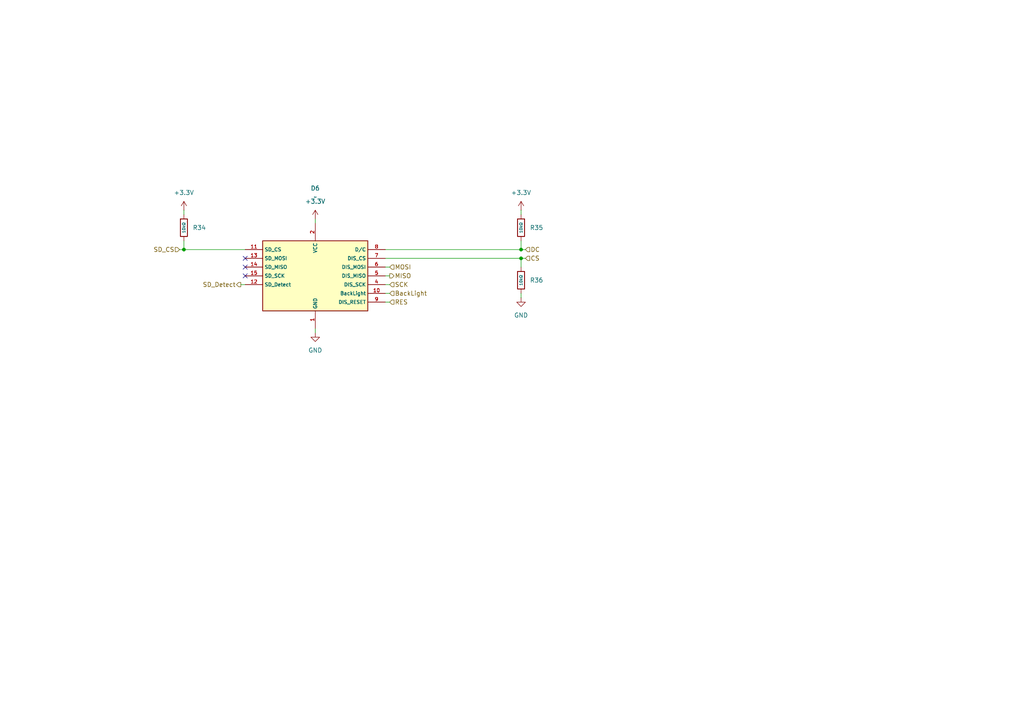
<source format=kicad_sch>
(kicad_sch
	(version 20250114)
	(generator "eeschema")
	(generator_version "9.0")
	(uuid "698fc34c-bd40-4f9e-ba75-a6fc48677c3d")
	(paper "A4")
	(title_block
		(title "Display")
		(date "2025-11-01")
		(rev "0")
		(company "Solar Energy Racers")
	)
	(lib_symbols
		(symbol "Imported_Symbols:ILI9341_Display"
			(exclude_from_sim no)
			(in_bom yes)
			(on_board yes)
			(property "Reference" "D"
				(at -14.478 11.684 0)
				(effects
					(font
						(size 1.27 1.27)
					)
				)
			)
			(property "Value" ""
				(at 0 0 0)
				(effects
					(font
						(size 1.27 1.27)
					)
				)
			)
			(property "Footprint" "Imported_Footprints:ILI93_Display_Adafruit"
				(at -0.508 -11.684 0)
				(effects
					(font
						(size 1.27 1.27)
					)
					(hide yes)
				)
			)
			(property "Datasheet" ""
				(at 0 0 0)
				(effects
					(font
						(size 1.27 1.27)
					)
					(hide yes)
				)
			)
			(property "Description" ""
				(at 0 0 0)
				(effects
					(font
						(size 1.27 1.27)
					)
					(hide yes)
				)
			)
			(symbol "ILI9341_Display_0_0"
				(rectangle
					(start -15.24 10.16)
					(end 15.24 -10.16)
					(stroke
						(width 0.254)
						(type default)
					)
					(fill
						(type background)
					)
				)
			)
			(symbol "ILI9341_Display_1_0"
				(pin input line
					(at -20.32 7.62 0)
					(length 5.08)
					(name "SD_CS"
						(effects
							(font
								(size 1.016 1.016)
							)
						)
					)
					(number "11"
						(effects
							(font
								(size 1.016 1.016)
							)
						)
					)
				)
				(pin input line
					(at -20.32 5.08 0)
					(length 5.08)
					(name "SD_MOSI"
						(effects
							(font
								(size 1.016 1.016)
							)
						)
					)
					(number "13"
						(effects
							(font
								(size 1.016 1.016)
							)
						)
					)
				)
				(pin output line
					(at -20.32 2.54 0)
					(length 5.08)
					(name "SD_MISO"
						(effects
							(font
								(size 1.016 1.016)
							)
						)
					)
					(number "14"
						(effects
							(font
								(size 1.016 1.016)
							)
						)
					)
				)
				(pin input line
					(at -20.32 0 0)
					(length 5.08)
					(name "SD_SCK"
						(effects
							(font
								(size 1.016 1.016)
							)
						)
					)
					(number "15"
						(effects
							(font
								(size 1.016 1.016)
							)
						)
					)
				)
				(pin output line
					(at -20.32 -2.54 0)
					(length 5.08)
					(name "SD_Detect"
						(effects
							(font
								(size 1.016 1.016)
							)
						)
					)
					(number "12"
						(effects
							(font
								(size 1.016 1.016)
							)
						)
					)
				)
				(pin power_in line
					(at 0 15.24 270)
					(length 5.08)
					(name "VCC"
						(effects
							(font
								(size 1.016 1.016)
							)
						)
					)
					(number "2"
						(effects
							(font
								(size 1.016 1.016)
							)
						)
					)
				)
				(pin power_in line
					(at 0 -15.24 90)
					(length 5.08)
					(name "GND"
						(effects
							(font
								(size 1.016 1.016)
							)
						)
					)
					(number "1"
						(effects
							(font
								(size 1.016 1.016)
							)
						)
					)
				)
				(pin input line
					(at 20.32 7.62 180)
					(length 5.08)
					(name "D/C"
						(effects
							(font
								(size 1.016 1.016)
							)
						)
					)
					(number "8"
						(effects
							(font
								(size 1.016 1.016)
							)
						)
					)
				)
				(pin input line
					(at 20.32 5.08 180)
					(length 5.08)
					(name "DIS_CS"
						(effects
							(font
								(size 1.016 1.016)
							)
						)
					)
					(number "7"
						(effects
							(font
								(size 1.016 1.016)
							)
						)
					)
				)
				(pin input line
					(at 20.32 2.54 180)
					(length 5.08)
					(name "DIS_MOSI"
						(effects
							(font
								(size 1.016 1.016)
							)
						)
					)
					(number "6"
						(effects
							(font
								(size 1.016 1.016)
							)
						)
					)
				)
				(pin input line
					(at 20.32 0 180)
					(length 5.08)
					(name "DIS_MISO"
						(effects
							(font
								(size 1.016 1.016)
							)
						)
					)
					(number "5"
						(effects
							(font
								(size 1.016 1.016)
							)
						)
					)
				)
				(pin input line
					(at 20.32 -2.54 180)
					(length 5.08)
					(name "DIS_SCK"
						(effects
							(font
								(size 1.016 1.016)
							)
						)
					)
					(number "4"
						(effects
							(font
								(size 1.016 1.016)
							)
						)
					)
				)
				(pin input line
					(at 20.32 -5.08 180)
					(length 5.08)
					(name "BackLight"
						(effects
							(font
								(size 1.016 1.016)
							)
						)
					)
					(number "10"
						(effects
							(font
								(size 1.016 1.016)
							)
						)
					)
				)
				(pin input line
					(at 20.32 -7.62 180)
					(length 5.08)
					(name "DIS_RESET"
						(effects
							(font
								(size 1.016 1.016)
							)
						)
					)
					(number "9"
						(effects
							(font
								(size 1.016 1.016)
							)
						)
					)
				)
			)
			(embedded_fonts no)
		)
		(symbol "PCM_JLCPCB-Resistors:0603,10kΩ"
			(pin_numbers
				(hide yes)
			)
			(pin_names
				(offset 0)
			)
			(exclude_from_sim no)
			(in_bom yes)
			(on_board yes)
			(property "Reference" "R"
				(at 1.778 0 0)
				(effects
					(font
						(size 1.27 1.27)
					)
					(justify left)
				)
			)
			(property "Value" "10kΩ"
				(at 0 0 90)
				(do_not_autoplace)
				(effects
					(font
						(size 0.8 0.8)
					)
				)
			)
			(property "Footprint" "PCM_JLCPCB:R_0603"
				(at -1.778 0 90)
				(effects
					(font
						(size 1.27 1.27)
					)
					(hide yes)
				)
			)
			(property "Datasheet" "https://www.lcsc.com/datasheet/lcsc_datasheet_2206010045_UNI-ROYAL-Uniroyal-Elec-0603WAF1002T5E_C25804.pdf"
				(at 0 0 0)
				(effects
					(font
						(size 1.27 1.27)
					)
					(hide yes)
				)
			)
			(property "Description" "100mW Thick Film Resistors 75V ±100ppm/°C ±1% 10kΩ 0603 Chip Resistor - Surface Mount ROHS"
				(at 0 0 0)
				(effects
					(font
						(size 1.27 1.27)
					)
					(hide yes)
				)
			)
			(property "LCSC" "C25804"
				(at 0 0 0)
				(effects
					(font
						(size 1.27 1.27)
					)
					(hide yes)
				)
			)
			(property "Stock" "51181774"
				(at 0 0 0)
				(effects
					(font
						(size 1.27 1.27)
					)
					(hide yes)
				)
			)
			(property "Price" "0.004USD"
				(at 0 0 0)
				(effects
					(font
						(size 1.27 1.27)
					)
					(hide yes)
				)
			)
			(property "Process" "SMT"
				(at 0 0 0)
				(effects
					(font
						(size 1.27 1.27)
					)
					(hide yes)
				)
			)
			(property "Minimum Qty" "20"
				(at 0 0 0)
				(effects
					(font
						(size 1.27 1.27)
					)
					(hide yes)
				)
			)
			(property "Attrition Qty" "10"
				(at 0 0 0)
				(effects
					(font
						(size 1.27 1.27)
					)
					(hide yes)
				)
			)
			(property "Class" "Basic Component"
				(at 0 0 0)
				(effects
					(font
						(size 1.27 1.27)
					)
					(hide yes)
				)
			)
			(property "Category" "Resistors,Chip Resistor - Surface Mount"
				(at 0 0 0)
				(effects
					(font
						(size 1.27 1.27)
					)
					(hide yes)
				)
			)
			(property "Manufacturer" "UNI-ROYAL(Uniroyal Elec)"
				(at 0 0 0)
				(effects
					(font
						(size 1.27 1.27)
					)
					(hide yes)
				)
			)
			(property "Part" "0603WAF1002T5E"
				(at 0 0 0)
				(effects
					(font
						(size 1.27 1.27)
					)
					(hide yes)
				)
			)
			(property "Resistance" "10kΩ"
				(at 0 0 0)
				(effects
					(font
						(size 1.27 1.27)
					)
					(hide yes)
				)
			)
			(property "Power(Watts)" "100mW"
				(at 0 0 0)
				(effects
					(font
						(size 1.27 1.27)
					)
					(hide yes)
				)
			)
			(property "Type" "Thick Film Resistors"
				(at 0 0 0)
				(effects
					(font
						(size 1.27 1.27)
					)
					(hide yes)
				)
			)
			(property "Overload Voltage (Max)" "75V"
				(at 0 0 0)
				(effects
					(font
						(size 1.27 1.27)
					)
					(hide yes)
				)
			)
			(property "Operating Temperature Range" "-55°C~+155°C"
				(at 0 0 0)
				(effects
					(font
						(size 1.27 1.27)
					)
					(hide yes)
				)
			)
			(property "Tolerance" "±1%"
				(at 0 0 0)
				(effects
					(font
						(size 1.27 1.27)
					)
					(hide yes)
				)
			)
			(property "Temperature Coefficient" "±100ppm/°C"
				(at 0 0 0)
				(effects
					(font
						(size 1.27 1.27)
					)
					(hide yes)
				)
			)
			(property "ki_fp_filters" "R_*"
				(at 0 0 0)
				(effects
					(font
						(size 1.27 1.27)
					)
					(hide yes)
				)
			)
			(symbol "0603,10kΩ_0_1"
				(rectangle
					(start -1.016 2.54)
					(end 1.016 -2.54)
					(stroke
						(width 0.254)
						(type default)
					)
					(fill
						(type none)
					)
				)
			)
			(symbol "0603,10kΩ_1_1"
				(pin passive line
					(at 0 3.81 270)
					(length 1.27)
					(name "~"
						(effects
							(font
								(size 1.27 1.27)
							)
						)
					)
					(number "1"
						(effects
							(font
								(size 1.27 1.27)
							)
						)
					)
				)
				(pin passive line
					(at 0 -3.81 90)
					(length 1.27)
					(name "~"
						(effects
							(font
								(size 1.27 1.27)
							)
						)
					)
					(number "2"
						(effects
							(font
								(size 1.27 1.27)
							)
						)
					)
				)
			)
			(embedded_fonts no)
		)
		(symbol "power:+3.3V"
			(power)
			(pin_numbers
				(hide yes)
			)
			(pin_names
				(offset 0)
				(hide yes)
			)
			(exclude_from_sim no)
			(in_bom yes)
			(on_board yes)
			(property "Reference" "#PWR"
				(at 0 -3.81 0)
				(effects
					(font
						(size 1.27 1.27)
					)
					(hide yes)
				)
			)
			(property "Value" "+3.3V"
				(at 0 3.556 0)
				(effects
					(font
						(size 1.27 1.27)
					)
				)
			)
			(property "Footprint" ""
				(at 0 0 0)
				(effects
					(font
						(size 1.27 1.27)
					)
					(hide yes)
				)
			)
			(property "Datasheet" ""
				(at 0 0 0)
				(effects
					(font
						(size 1.27 1.27)
					)
					(hide yes)
				)
			)
			(property "Description" "Power symbol creates a global label with name \"+3.3V\""
				(at 0 0 0)
				(effects
					(font
						(size 1.27 1.27)
					)
					(hide yes)
				)
			)
			(property "ki_keywords" "global power"
				(at 0 0 0)
				(effects
					(font
						(size 1.27 1.27)
					)
					(hide yes)
				)
			)
			(symbol "+3.3V_0_1"
				(polyline
					(pts
						(xy -0.762 1.27) (xy 0 2.54)
					)
					(stroke
						(width 0)
						(type default)
					)
					(fill
						(type none)
					)
				)
				(polyline
					(pts
						(xy 0 2.54) (xy 0.762 1.27)
					)
					(stroke
						(width 0)
						(type default)
					)
					(fill
						(type none)
					)
				)
				(polyline
					(pts
						(xy 0 0) (xy 0 2.54)
					)
					(stroke
						(width 0)
						(type default)
					)
					(fill
						(type none)
					)
				)
			)
			(symbol "+3.3V_1_1"
				(pin power_in line
					(at 0 0 90)
					(length 0)
					(name "~"
						(effects
							(font
								(size 1.27 1.27)
							)
						)
					)
					(number "1"
						(effects
							(font
								(size 1.27 1.27)
							)
						)
					)
				)
			)
			(embedded_fonts no)
		)
		(symbol "power:GND"
			(power)
			(pin_numbers
				(hide yes)
			)
			(pin_names
				(offset 0)
				(hide yes)
			)
			(exclude_from_sim no)
			(in_bom yes)
			(on_board yes)
			(property "Reference" "#PWR"
				(at 0 -6.35 0)
				(effects
					(font
						(size 1.27 1.27)
					)
					(hide yes)
				)
			)
			(property "Value" "GND"
				(at 0 -3.81 0)
				(effects
					(font
						(size 1.27 1.27)
					)
				)
			)
			(property "Footprint" ""
				(at 0 0 0)
				(effects
					(font
						(size 1.27 1.27)
					)
					(hide yes)
				)
			)
			(property "Datasheet" ""
				(at 0 0 0)
				(effects
					(font
						(size 1.27 1.27)
					)
					(hide yes)
				)
			)
			(property "Description" "Power symbol creates a global label with name \"GND\" , ground"
				(at 0 0 0)
				(effects
					(font
						(size 1.27 1.27)
					)
					(hide yes)
				)
			)
			(property "ki_keywords" "global power"
				(at 0 0 0)
				(effects
					(font
						(size 1.27 1.27)
					)
					(hide yes)
				)
			)
			(symbol "GND_0_1"
				(polyline
					(pts
						(xy 0 0) (xy 0 -1.27) (xy 1.27 -1.27) (xy 0 -2.54) (xy -1.27 -1.27) (xy 0 -1.27)
					)
					(stroke
						(width 0)
						(type default)
					)
					(fill
						(type none)
					)
				)
			)
			(symbol "GND_1_1"
				(pin power_in line
					(at 0 0 270)
					(length 0)
					(name "~"
						(effects
							(font
								(size 1.27 1.27)
							)
						)
					)
					(number "1"
						(effects
							(font
								(size 1.27 1.27)
							)
						)
					)
				)
			)
			(embedded_fonts no)
		)
	)
	(junction
		(at 151.13 72.39)
		(diameter 0)
		(color 0 0 0 0)
		(uuid "56750fcc-15e0-47de-827b-7a3093f15345")
	)
	(junction
		(at 53.34 72.39)
		(diameter 0)
		(color 0 0 0 0)
		(uuid "6bab4de2-3082-4360-aa7f-ed18bc16b4d3")
	)
	(junction
		(at 151.13 74.93)
		(diameter 0)
		(color 0 0 0 0)
		(uuid "7bba81aa-2338-4c21-8f35-5b5010b21e28")
	)
	(no_connect
		(at 71.12 74.93)
		(uuid "1a4dcea7-cadc-4009-b068-aaa6525374b3")
	)
	(no_connect
		(at 71.12 80.01)
		(uuid "63721559-7fe5-4abd-893d-dda8de013604")
	)
	(no_connect
		(at 71.12 77.47)
		(uuid "ba5db16e-daa3-4d65-adb1-d99721859b1e")
	)
	(wire
		(pts
			(xy 151.13 86.36) (xy 151.13 85.09)
		)
		(stroke
			(width 0)
			(type default)
		)
		(uuid "0d882c3c-4785-4008-9e82-36197b86f6f6")
	)
	(wire
		(pts
			(xy 71.12 72.39) (xy 53.34 72.39)
		)
		(stroke
			(width 0)
			(type default)
		)
		(uuid "0e45dd6a-178f-4c7f-9ed0-027040597a81")
	)
	(wire
		(pts
			(xy 53.34 60.96) (xy 53.34 62.23)
		)
		(stroke
			(width 0)
			(type default)
		)
		(uuid "1f0ba048-772e-42d3-a2ad-0af5b8d1d2e3")
	)
	(wire
		(pts
			(xy 113.03 80.01) (xy 111.76 80.01)
		)
		(stroke
			(width 0)
			(type default)
		)
		(uuid "21712f74-4783-42a4-bc7e-f8b07a9ba752")
	)
	(wire
		(pts
			(xy 53.34 69.85) (xy 53.34 72.39)
		)
		(stroke
			(width 0)
			(type default)
		)
		(uuid "2dc1e657-c400-4c8c-bd24-b2b5b7e9a263")
	)
	(wire
		(pts
			(xy 111.76 72.39) (xy 151.13 72.39)
		)
		(stroke
			(width 0)
			(type default)
		)
		(uuid "40f5d26e-af56-4c16-b09c-d9d624a0eb40")
	)
	(wire
		(pts
			(xy 151.13 60.96) (xy 151.13 62.23)
		)
		(stroke
			(width 0)
			(type default)
		)
		(uuid "56ad0a48-14c4-4174-94b8-d49e81181582")
	)
	(wire
		(pts
			(xy 91.44 95.25) (xy 91.44 96.52)
		)
		(stroke
			(width 0)
			(type default)
		)
		(uuid "57e694f0-696e-47e5-8b10-7813294303dc")
	)
	(wire
		(pts
			(xy 111.76 74.93) (xy 151.13 74.93)
		)
		(stroke
			(width 0)
			(type default)
		)
		(uuid "5a67d62a-7a2b-4629-b11e-0c0636156604")
	)
	(wire
		(pts
			(xy 152.4 74.93) (xy 151.13 74.93)
		)
		(stroke
			(width 0)
			(type default)
		)
		(uuid "66447477-2e55-4d7f-9e4b-7561dce64622")
	)
	(wire
		(pts
			(xy 152.4 72.39) (xy 151.13 72.39)
		)
		(stroke
			(width 0)
			(type default)
		)
		(uuid "7c7a74e7-f4d1-434b-8cc0-32385510be74")
	)
	(wire
		(pts
			(xy 151.13 69.85) (xy 151.13 72.39)
		)
		(stroke
			(width 0)
			(type default)
		)
		(uuid "8c85654d-aa34-4c40-a160-594b353a3ee6")
	)
	(wire
		(pts
			(xy 69.85 82.55) (xy 71.12 82.55)
		)
		(stroke
			(width 0)
			(type default)
		)
		(uuid "9016a4e0-9502-4a21-933f-1548411e5d09")
	)
	(wire
		(pts
			(xy 113.03 87.63) (xy 111.76 87.63)
		)
		(stroke
			(width 0)
			(type default)
		)
		(uuid "9cd963a6-eb8a-455b-9670-873051e37940")
	)
	(wire
		(pts
			(xy 52.07 72.39) (xy 53.34 72.39)
		)
		(stroke
			(width 0)
			(type default)
		)
		(uuid "b09ce2fa-31d3-4a7e-8e14-53c7dd21db88")
	)
	(wire
		(pts
			(xy 113.03 82.55) (xy 111.76 82.55)
		)
		(stroke
			(width 0)
			(type default)
		)
		(uuid "b307f6ab-a9e5-413f-9523-ec43a29a6621")
	)
	(wire
		(pts
			(xy 113.03 85.09) (xy 111.76 85.09)
		)
		(stroke
			(width 0)
			(type default)
		)
		(uuid "b8a1643d-87af-4554-9f10-8b78b5fcaedd")
	)
	(wire
		(pts
			(xy 91.44 63.5) (xy 91.44 64.77)
		)
		(stroke
			(width 0)
			(type default)
		)
		(uuid "d649c0cc-4b4a-40c3-8b2d-19f9c9869ace")
	)
	(wire
		(pts
			(xy 113.03 77.47) (xy 111.76 77.47)
		)
		(stroke
			(width 0)
			(type default)
		)
		(uuid "dceba16c-57d4-4ff5-9599-62b4bf49eb56")
	)
	(wire
		(pts
			(xy 151.13 74.93) (xy 151.13 77.47)
		)
		(stroke
			(width 0)
			(type default)
		)
		(uuid "e93c4074-8f3c-496c-b357-8353a7d79c0a")
	)
	(hierarchical_label "CS"
		(shape input)
		(at 152.4 74.93 0)
		(effects
			(font
				(size 1.27 1.27)
			)
			(justify left)
		)
		(uuid "13d80556-989e-45db-824e-ba42e1d5587c")
	)
	(hierarchical_label "SD_Detect"
		(shape output)
		(at 69.85 82.55 180)
		(effects
			(font
				(size 1.27 1.27)
			)
			(justify right)
		)
		(uuid "18ef5695-950d-4e38-b138-f7d3ede15416")
	)
	(hierarchical_label "DC"
		(shape input)
		(at 152.4 72.39 0)
		(effects
			(font
				(size 1.27 1.27)
			)
			(justify left)
		)
		(uuid "26bba5a6-046f-42d8-9839-78b82227f1b3")
	)
	(hierarchical_label "SCK"
		(shape input)
		(at 113.03 82.55 0)
		(effects
			(font
				(size 1.27 1.27)
			)
			(justify left)
		)
		(uuid "29d9a5d5-1703-42d4-8298-e92212091388")
	)
	(hierarchical_label "MOSI"
		(shape input)
		(at 113.03 77.47 0)
		(effects
			(font
				(size 1.27 1.27)
			)
			(justify left)
		)
		(uuid "7e8d63e7-c53c-47cf-9e1f-f98953e3a8a9")
	)
	(hierarchical_label "RES"
		(shape input)
		(at 113.03 87.63 0)
		(effects
			(font
				(size 1.27 1.27)
			)
			(justify left)
		)
		(uuid "939b0b55-3a63-48f6-ae24-ab39d814d8b6")
	)
	(hierarchical_label "MISO"
		(shape output)
		(at 113.03 80.01 0)
		(effects
			(font
				(size 1.27 1.27)
			)
			(justify left)
		)
		(uuid "954432eb-5582-48ac-8e12-cbc3140f4902")
	)
	(hierarchical_label "BackLight"
		(shape input)
		(at 113.03 85.09 0)
		(effects
			(font
				(size 1.27 1.27)
			)
			(justify left)
		)
		(uuid "cf2accb9-ad4c-4328-bbdb-97a5d0bd3ee4")
	)
	(hierarchical_label "SD_CS"
		(shape input)
		(at 52.07 72.39 180)
		(effects
			(font
				(size 1.27 1.27)
			)
			(justify right)
		)
		(uuid "d5dc042c-bcba-453a-a860-ae58e9543d84")
	)
	(symbol
		(lib_id "power:+3.3V")
		(at 91.44 63.5 0)
		(unit 1)
		(exclude_from_sim no)
		(in_bom yes)
		(on_board yes)
		(dnp no)
		(fields_autoplaced yes)
		(uuid "012e900a-7e58-46f2-be7c-e1156c8aa28b")
		(property "Reference" "#PWR055"
			(at 91.44 67.31 0)
			(effects
				(font
					(size 1.27 1.27)
				)
				(hide yes)
			)
		)
		(property "Value" "+3.3V"
			(at 91.44 58.42 0)
			(effects
				(font
					(size 1.27 1.27)
				)
			)
		)
		(property "Footprint" ""
			(at 91.44 63.5 0)
			(effects
				(font
					(size 1.27 1.27)
				)
				(hide yes)
			)
		)
		(property "Datasheet" ""
			(at 91.44 63.5 0)
			(effects
				(font
					(size 1.27 1.27)
				)
				(hide yes)
			)
		)
		(property "Description" "Power symbol creates a global label with name \"+3.3V\""
			(at 91.44 63.5 0)
			(effects
				(font
					(size 1.27 1.27)
				)
				(hide yes)
			)
		)
		(pin "1"
			(uuid "0edc1072-250f-43f9-b837-242e93e3ce1e")
		)
		(instances
			(project "AuxController"
				(path "/9544068f-39f5-4662-8d0e-f77047cf820d/9321f333-4126-4d02-8e8f-5ec613df6816"
					(reference "#PWR055")
					(unit 1)
				)
			)
		)
	)
	(symbol
		(lib_id "PCM_JLCPCB-Resistors:0603,10kΩ")
		(at 53.34 66.04 0)
		(unit 1)
		(exclude_from_sim no)
		(in_bom yes)
		(on_board yes)
		(dnp no)
		(fields_autoplaced yes)
		(uuid "10c4d547-bf68-4280-9a13-e3ae71893afc")
		(property "Reference" "R34"
			(at 55.88 66.0399 0)
			(effects
				(font
					(size 1.27 1.27)
				)
				(justify left)
			)
		)
		(property "Value" "10kΩ"
			(at 53.34 66.04 90)
			(do_not_autoplace yes)
			(effects
				(font
					(size 0.8 0.8)
				)
			)
		)
		(property "Footprint" "PCM_JLCPCB:R_0603"
			(at 51.562 66.04 90)
			(effects
				(font
					(size 1.27 1.27)
				)
				(hide yes)
			)
		)
		(property "Datasheet" "https://www.lcsc.com/datasheet/lcsc_datasheet_2206010045_UNI-ROYAL-Uniroyal-Elec-0603WAF1002T5E_C25804.pdf"
			(at 53.34 66.04 0)
			(effects
				(font
					(size 1.27 1.27)
				)
				(hide yes)
			)
		)
		(property "Description" "100mW Thick Film Resistors 75V ±100ppm/°C ±1% 10kΩ 0603 Chip Resistor - Surface Mount ROHS"
			(at 53.34 66.04 0)
			(effects
				(font
					(size 1.27 1.27)
				)
				(hide yes)
			)
		)
		(property "LCSC" "C25804"
			(at 53.34 66.04 0)
			(effects
				(font
					(size 1.27 1.27)
				)
				(hide yes)
			)
		)
		(property "Stock" "51181774"
			(at 53.34 66.04 0)
			(effects
				(font
					(size 1.27 1.27)
				)
				(hide yes)
			)
		)
		(property "Price" "0.004USD"
			(at 53.34 66.04 0)
			(effects
				(font
					(size 1.27 1.27)
				)
				(hide yes)
			)
		)
		(property "Process" "SMT"
			(at 53.34 66.04 0)
			(effects
				(font
					(size 1.27 1.27)
				)
				(hide yes)
			)
		)
		(property "Minimum Qty" "20"
			(at 53.34 66.04 0)
			(effects
				(font
					(size 1.27 1.27)
				)
				(hide yes)
			)
		)
		(property "Attrition Qty" "10"
			(at 53.34 66.04 0)
			(effects
				(font
					(size 1.27 1.27)
				)
				(hide yes)
			)
		)
		(property "Class" "Basic Component"
			(at 53.34 66.04 0)
			(effects
				(font
					(size 1.27 1.27)
				)
				(hide yes)
			)
		)
		(property "Category" "Resistors,Chip Resistor - Surface Mount"
			(at 53.34 66.04 0)
			(effects
				(font
					(size 1.27 1.27)
				)
				(hide yes)
			)
		)
		(property "Manufacturer" "UNI-ROYAL(Uniroyal Elec)"
			(at 53.34 66.04 0)
			(effects
				(font
					(size 1.27 1.27)
				)
				(hide yes)
			)
		)
		(property "Part" "0603WAF1002T5E"
			(at 53.34 66.04 0)
			(effects
				(font
					(size 1.27 1.27)
				)
				(hide yes)
			)
		)
		(property "Resistance" "10kΩ"
			(at 53.34 66.04 0)
			(effects
				(font
					(size 1.27 1.27)
				)
				(hide yes)
			)
		)
		(property "Power(Watts)" "100mW"
			(at 53.34 66.04 0)
			(effects
				(font
					(size 1.27 1.27)
				)
				(hide yes)
			)
		)
		(property "Type" "Thick Film Resistors"
			(at 53.34 66.04 0)
			(effects
				(font
					(size 1.27 1.27)
				)
				(hide yes)
			)
		)
		(property "Overload Voltage (Max)" "75V"
			(at 53.34 66.04 0)
			(effects
				(font
					(size 1.27 1.27)
				)
				(hide yes)
			)
		)
		(property "Operating Temperature Range" "-55°C~+155°C"
			(at 53.34 66.04 0)
			(effects
				(font
					(size 1.27 1.27)
				)
				(hide yes)
			)
		)
		(property "Tolerance" "±1%"
			(at 53.34 66.04 0)
			(effects
				(font
					(size 1.27 1.27)
				)
				(hide yes)
			)
		)
		(property "Temperature Coefficient" "±100ppm/°C"
			(at 53.34 66.04 0)
			(effects
				(font
					(size 1.27 1.27)
				)
				(hide yes)
			)
		)
		(pin "2"
			(uuid "3b5f5648-c95a-4ca1-9b2b-26b9a03232f4")
		)
		(pin "1"
			(uuid "5a162067-c64b-46e1-a9bd-153e9027be1d")
		)
		(instances
			(project "AuxController"
				(path "/9544068f-39f5-4662-8d0e-f77047cf820d/9321f333-4126-4d02-8e8f-5ec613df6816"
					(reference "R34")
					(unit 1)
				)
			)
		)
	)
	(symbol
		(lib_id "power:+3.3V")
		(at 53.34 60.96 0)
		(unit 1)
		(exclude_from_sim no)
		(in_bom yes)
		(on_board yes)
		(dnp no)
		(fields_autoplaced yes)
		(uuid "30de3f84-337a-4ace-8a4a-3e5aaa5d289f")
		(property "Reference" "#PWR053"
			(at 53.34 64.77 0)
			(effects
				(font
					(size 1.27 1.27)
				)
				(hide yes)
			)
		)
		(property "Value" "+3.3V"
			(at 53.34 55.88 0)
			(effects
				(font
					(size 1.27 1.27)
				)
			)
		)
		(property "Footprint" ""
			(at 53.34 60.96 0)
			(effects
				(font
					(size 1.27 1.27)
				)
				(hide yes)
			)
		)
		(property "Datasheet" ""
			(at 53.34 60.96 0)
			(effects
				(font
					(size 1.27 1.27)
				)
				(hide yes)
			)
		)
		(property "Description" "Power symbol creates a global label with name \"+3.3V\""
			(at 53.34 60.96 0)
			(effects
				(font
					(size 1.27 1.27)
				)
				(hide yes)
			)
		)
		(pin "1"
			(uuid "c9f9192c-6a79-4985-a22b-5c9dc3115a53")
		)
		(instances
			(project "AuxController"
				(path "/9544068f-39f5-4662-8d0e-f77047cf820d/9321f333-4126-4d02-8e8f-5ec613df6816"
					(reference "#PWR053")
					(unit 1)
				)
			)
		)
	)
	(symbol
		(lib_id "power:+3.3V")
		(at 151.13 60.96 0)
		(unit 1)
		(exclude_from_sim no)
		(in_bom yes)
		(on_board yes)
		(dnp no)
		(fields_autoplaced yes)
		(uuid "4311b10e-9144-48e1-ba8c-65b2310a8828")
		(property "Reference" "#PWR054"
			(at 151.13 64.77 0)
			(effects
				(font
					(size 1.27 1.27)
				)
				(hide yes)
			)
		)
		(property "Value" "+3.3V"
			(at 151.13 55.88 0)
			(effects
				(font
					(size 1.27 1.27)
				)
			)
		)
		(property "Footprint" ""
			(at 151.13 60.96 0)
			(effects
				(font
					(size 1.27 1.27)
				)
				(hide yes)
			)
		)
		(property "Datasheet" ""
			(at 151.13 60.96 0)
			(effects
				(font
					(size 1.27 1.27)
				)
				(hide yes)
			)
		)
		(property "Description" "Power symbol creates a global label with name \"+3.3V\""
			(at 151.13 60.96 0)
			(effects
				(font
					(size 1.27 1.27)
				)
				(hide yes)
			)
		)
		(pin "1"
			(uuid "428115a7-853f-4c9e-9c4b-3e8d330b470c")
		)
		(instances
			(project "AuxController"
				(path "/9544068f-39f5-4662-8d0e-f77047cf820d/9321f333-4126-4d02-8e8f-5ec613df6816"
					(reference "#PWR054")
					(unit 1)
				)
			)
		)
	)
	(symbol
		(lib_id "PCM_JLCPCB-Resistors:0603,10kΩ")
		(at 151.13 66.04 0)
		(unit 1)
		(exclude_from_sim no)
		(in_bom yes)
		(on_board yes)
		(dnp no)
		(fields_autoplaced yes)
		(uuid "4a7079ad-3fab-4b76-95c3-06074cfbffbd")
		(property "Reference" "R35"
			(at 153.67 66.0399 0)
			(effects
				(font
					(size 1.27 1.27)
				)
				(justify left)
			)
		)
		(property "Value" "10kΩ"
			(at 151.13 66.04 90)
			(do_not_autoplace yes)
			(effects
				(font
					(size 0.8 0.8)
				)
			)
		)
		(property "Footprint" "PCM_JLCPCB:R_0603"
			(at 149.352 66.04 90)
			(effects
				(font
					(size 1.27 1.27)
				)
				(hide yes)
			)
		)
		(property "Datasheet" "https://www.lcsc.com/datasheet/lcsc_datasheet_2206010045_UNI-ROYAL-Uniroyal-Elec-0603WAF1002T5E_C25804.pdf"
			(at 151.13 66.04 0)
			(effects
				(font
					(size 1.27 1.27)
				)
				(hide yes)
			)
		)
		(property "Description" "100mW Thick Film Resistors 75V ±100ppm/°C ±1% 10kΩ 0603 Chip Resistor - Surface Mount ROHS"
			(at 151.13 66.04 0)
			(effects
				(font
					(size 1.27 1.27)
				)
				(hide yes)
			)
		)
		(property "LCSC" "C25804"
			(at 151.13 66.04 0)
			(effects
				(font
					(size 1.27 1.27)
				)
				(hide yes)
			)
		)
		(property "Stock" "51181774"
			(at 151.13 66.04 0)
			(effects
				(font
					(size 1.27 1.27)
				)
				(hide yes)
			)
		)
		(property "Price" "0.004USD"
			(at 151.13 66.04 0)
			(effects
				(font
					(size 1.27 1.27)
				)
				(hide yes)
			)
		)
		(property "Process" "SMT"
			(at 151.13 66.04 0)
			(effects
				(font
					(size 1.27 1.27)
				)
				(hide yes)
			)
		)
		(property "Minimum Qty" "20"
			(at 151.13 66.04 0)
			(effects
				(font
					(size 1.27 1.27)
				)
				(hide yes)
			)
		)
		(property "Attrition Qty" "10"
			(at 151.13 66.04 0)
			(effects
				(font
					(size 1.27 1.27)
				)
				(hide yes)
			)
		)
		(property "Class" "Basic Component"
			(at 151.13 66.04 0)
			(effects
				(font
					(size 1.27 1.27)
				)
				(hide yes)
			)
		)
		(property "Category" "Resistors,Chip Resistor - Surface Mount"
			(at 151.13 66.04 0)
			(effects
				(font
					(size 1.27 1.27)
				)
				(hide yes)
			)
		)
		(property "Manufacturer" "UNI-ROYAL(Uniroyal Elec)"
			(at 151.13 66.04 0)
			(effects
				(font
					(size 1.27 1.27)
				)
				(hide yes)
			)
		)
		(property "Part" "0603WAF1002T5E"
			(at 151.13 66.04 0)
			(effects
				(font
					(size 1.27 1.27)
				)
				(hide yes)
			)
		)
		(property "Resistance" "10kΩ"
			(at 151.13 66.04 0)
			(effects
				(font
					(size 1.27 1.27)
				)
				(hide yes)
			)
		)
		(property "Power(Watts)" "100mW"
			(at 151.13 66.04 0)
			(effects
				(font
					(size 1.27 1.27)
				)
				(hide yes)
			)
		)
		(property "Type" "Thick Film Resistors"
			(at 151.13 66.04 0)
			(effects
				(font
					(size 1.27 1.27)
				)
				(hide yes)
			)
		)
		(property "Overload Voltage (Max)" "75V"
			(at 151.13 66.04 0)
			(effects
				(font
					(size 1.27 1.27)
				)
				(hide yes)
			)
		)
		(property "Operating Temperature Range" "-55°C~+155°C"
			(at 151.13 66.04 0)
			(effects
				(font
					(size 1.27 1.27)
				)
				(hide yes)
			)
		)
		(property "Tolerance" "±1%"
			(at 151.13 66.04 0)
			(effects
				(font
					(size 1.27 1.27)
				)
				(hide yes)
			)
		)
		(property "Temperature Coefficient" "±100ppm/°C"
			(at 151.13 66.04 0)
			(effects
				(font
					(size 1.27 1.27)
				)
				(hide yes)
			)
		)
		(pin "2"
			(uuid "8e381c89-af9b-47d9-af53-3cd3b09e0d73")
		)
		(pin "1"
			(uuid "4963216d-1bd9-4a4e-b871-126432643356")
		)
		(instances
			(project "AuxController"
				(path "/9544068f-39f5-4662-8d0e-f77047cf820d/9321f333-4126-4d02-8e8f-5ec613df6816"
					(reference "R35")
					(unit 1)
				)
			)
		)
	)
	(symbol
		(lib_id "power:GND")
		(at 151.13 86.36 0)
		(unit 1)
		(exclude_from_sim no)
		(in_bom yes)
		(on_board yes)
		(dnp no)
		(fields_autoplaced yes)
		(uuid "8258f9a9-a01f-4255-b56f-9dd8ba5c26fd")
		(property "Reference" "#PWR056"
			(at 151.13 92.71 0)
			(effects
				(font
					(size 1.27 1.27)
				)
				(hide yes)
			)
		)
		(property "Value" "GND"
			(at 151.13 91.44 0)
			(effects
				(font
					(size 1.27 1.27)
				)
			)
		)
		(property "Footprint" ""
			(at 151.13 86.36 0)
			(effects
				(font
					(size 1.27 1.27)
				)
				(hide yes)
			)
		)
		(property "Datasheet" ""
			(at 151.13 86.36 0)
			(effects
				(font
					(size 1.27 1.27)
				)
				(hide yes)
			)
		)
		(property "Description" "Power symbol creates a global label with name \"GND\" , ground"
			(at 151.13 86.36 0)
			(effects
				(font
					(size 1.27 1.27)
				)
				(hide yes)
			)
		)
		(pin "1"
			(uuid "b0cc9d3e-a84e-4837-ac2f-d7d248de14cf")
		)
		(instances
			(project ""
				(path "/9544068f-39f5-4662-8d0e-f77047cf820d/9321f333-4126-4d02-8e8f-5ec613df6816"
					(reference "#PWR056")
					(unit 1)
				)
			)
		)
	)
	(symbol
		(lib_id "power:GND")
		(at 91.44 96.52 0)
		(unit 1)
		(exclude_from_sim no)
		(in_bom yes)
		(on_board yes)
		(dnp no)
		(fields_autoplaced yes)
		(uuid "9e3837f2-770b-4b66-96cc-23afb7fc4b90")
		(property "Reference" "#PWR057"
			(at 91.44 102.87 0)
			(effects
				(font
					(size 1.27 1.27)
				)
				(hide yes)
			)
		)
		(property "Value" "GND"
			(at 91.44 101.6 0)
			(effects
				(font
					(size 1.27 1.27)
				)
			)
		)
		(property "Footprint" ""
			(at 91.44 96.52 0)
			(effects
				(font
					(size 1.27 1.27)
				)
				(hide yes)
			)
		)
		(property "Datasheet" ""
			(at 91.44 96.52 0)
			(effects
				(font
					(size 1.27 1.27)
				)
				(hide yes)
			)
		)
		(property "Description" "Power symbol creates a global label with name \"GND\" , ground"
			(at 91.44 96.52 0)
			(effects
				(font
					(size 1.27 1.27)
				)
				(hide yes)
			)
		)
		(pin "1"
			(uuid "e3d1039c-1627-4457-957d-b63d58f5a100")
		)
		(instances
			(project ""
				(path "/9544068f-39f5-4662-8d0e-f77047cf820d/9321f333-4126-4d02-8e8f-5ec613df6816"
					(reference "#PWR057")
					(unit 1)
				)
			)
		)
	)
	(symbol
		(lib_id "Imported_Symbols:ILI9341_Display")
		(at 91.44 80.01 0)
		(unit 1)
		(exclude_from_sim no)
		(in_bom yes)
		(on_board yes)
		(dnp no)
		(uuid "9ed9a4e3-32eb-4646-8fae-fe4a19b931c2")
		(property "Reference" "D6"
			(at 91.44 54.61 0)
			(effects
				(font
					(size 1.27 1.27)
				)
			)
		)
		(property "Value" "~"
			(at 91.44 57.15 0)
			(effects
				(font
					(size 1.27 1.27)
				)
			)
		)
		(property "Footprint" "Imported_Footprints:ILI93_Display_Adafruit"
			(at 91.44 80.01 0)
			(effects
				(font
					(size 1.27 1.27)
				)
				(hide yes)
			)
		)
		(property "Datasheet" ""
			(at 91.44 80.01 0)
			(effects
				(font
					(size 1.27 1.27)
				)
				(hide yes)
			)
		)
		(property "Description" ""
			(at 91.44 80.01 0)
			(effects
				(font
					(size 1.27 1.27)
				)
				(hide yes)
			)
		)
		(pin "6"
			(uuid "38842a6d-7165-40da-8fc5-81edf4667b43")
		)
		(pin "14"
			(uuid "8c90e775-b1c8-4096-b0d5-9eee43a15f85")
		)
		(pin "4"
			(uuid "c9aafede-2d91-4a30-8fc9-d13130271734")
		)
		(pin "15"
			(uuid "95231c4a-45be-4376-a2cc-659ed2ed9ca1")
		)
		(pin "8"
			(uuid "8a70c456-994c-4369-b94b-345c6f4258f1")
		)
		(pin "7"
			(uuid "d559315f-cc1b-4087-a0f4-f23953ff674a")
		)
		(pin "10"
			(uuid "ee677919-1d2a-4d95-8721-0f483ee16d3e")
		)
		(pin "13"
			(uuid "d642a2dc-0eb1-4683-8d7b-71e57c037d0c")
		)
		(pin "1"
			(uuid "77bf31d5-1737-44c4-89a0-197b465804b7")
		)
		(pin "12"
			(uuid "34b457c7-7600-41ec-9f2e-8d35b9b18305")
		)
		(pin "11"
			(uuid "75bf73bc-10f6-4e76-8623-af726116136d")
		)
		(pin "9"
			(uuid "5da7ccfc-0642-435f-8c92-28301e76e35a")
		)
		(pin "5"
			(uuid "6ef1ff17-6de2-4d09-add3-060e11a8d202")
		)
		(pin "2"
			(uuid "8a377cdd-0bd4-47d9-b115-55e1064bbd49")
		)
		(instances
			(project ""
				(path "/9544068f-39f5-4662-8d0e-f77047cf820d/9321f333-4126-4d02-8e8f-5ec613df6816"
					(reference "D6")
					(unit 1)
				)
			)
		)
	)
	(symbol
		(lib_id "PCM_JLCPCB-Resistors:0603,10kΩ")
		(at 151.13 81.28 0)
		(unit 1)
		(exclude_from_sim no)
		(in_bom yes)
		(on_board yes)
		(dnp no)
		(fields_autoplaced yes)
		(uuid "f8e7cbc2-ba5b-4f70-be90-08ff723070b3")
		(property "Reference" "R36"
			(at 153.67 81.2799 0)
			(effects
				(font
					(size 1.27 1.27)
				)
				(justify left)
			)
		)
		(property "Value" "10kΩ"
			(at 151.13 81.28 90)
			(do_not_autoplace yes)
			(effects
				(font
					(size 0.8 0.8)
				)
			)
		)
		(property "Footprint" "PCM_JLCPCB:R_0603"
			(at 149.352 81.28 90)
			(effects
				(font
					(size 1.27 1.27)
				)
				(hide yes)
			)
		)
		(property "Datasheet" "https://www.lcsc.com/datasheet/lcsc_datasheet_2206010045_UNI-ROYAL-Uniroyal-Elec-0603WAF1002T5E_C25804.pdf"
			(at 151.13 81.28 0)
			(effects
				(font
					(size 1.27 1.27)
				)
				(hide yes)
			)
		)
		(property "Description" "100mW Thick Film Resistors 75V ±100ppm/°C ±1% 10kΩ 0603 Chip Resistor - Surface Mount ROHS"
			(at 151.13 81.28 0)
			(effects
				(font
					(size 1.27 1.27)
				)
				(hide yes)
			)
		)
		(property "LCSC" "C25804"
			(at 151.13 81.28 0)
			(effects
				(font
					(size 1.27 1.27)
				)
				(hide yes)
			)
		)
		(property "Stock" "51181774"
			(at 151.13 81.28 0)
			(effects
				(font
					(size 1.27 1.27)
				)
				(hide yes)
			)
		)
		(property "Price" "0.004USD"
			(at 151.13 81.28 0)
			(effects
				(font
					(size 1.27 1.27)
				)
				(hide yes)
			)
		)
		(property "Process" "SMT"
			(at 151.13 81.28 0)
			(effects
				(font
					(size 1.27 1.27)
				)
				(hide yes)
			)
		)
		(property "Minimum Qty" "20"
			(at 151.13 81.28 0)
			(effects
				(font
					(size 1.27 1.27)
				)
				(hide yes)
			)
		)
		(property "Attrition Qty" "10"
			(at 151.13 81.28 0)
			(effects
				(font
					(size 1.27 1.27)
				)
				(hide yes)
			)
		)
		(property "Class" "Basic Component"
			(at 151.13 81.28 0)
			(effects
				(font
					(size 1.27 1.27)
				)
				(hide yes)
			)
		)
		(property "Category" "Resistors,Chip Resistor - Surface Mount"
			(at 151.13 81.28 0)
			(effects
				(font
					(size 1.27 1.27)
				)
				(hide yes)
			)
		)
		(property "Manufacturer" "UNI-ROYAL(Uniroyal Elec)"
			(at 151.13 81.28 0)
			(effects
				(font
					(size 1.27 1.27)
				)
				(hide yes)
			)
		)
		(property "Part" "0603WAF1002T5E"
			(at 151.13 81.28 0)
			(effects
				(font
					(size 1.27 1.27)
				)
				(hide yes)
			)
		)
		(property "Resistance" "10kΩ"
			(at 151.13 81.28 0)
			(effects
				(font
					(size 1.27 1.27)
				)
				(hide yes)
			)
		)
		(property "Power(Watts)" "100mW"
			(at 151.13 81.28 0)
			(effects
				(font
					(size 1.27 1.27)
				)
				(hide yes)
			)
		)
		(property "Type" "Thick Film Resistors"
			(at 151.13 81.28 0)
			(effects
				(font
					(size 1.27 1.27)
				)
				(hide yes)
			)
		)
		(property "Overload Voltage (Max)" "75V"
			(at 151.13 81.28 0)
			(effects
				(font
					(size 1.27 1.27)
				)
				(hide yes)
			)
		)
		(property "Operating Temperature Range" "-55°C~+155°C"
			(at 151.13 81.28 0)
			(effects
				(font
					(size 1.27 1.27)
				)
				(hide yes)
			)
		)
		(property "Tolerance" "±1%"
			(at 151.13 81.28 0)
			(effects
				(font
					(size 1.27 1.27)
				)
				(hide yes)
			)
		)
		(property "Temperature Coefficient" "±100ppm/°C"
			(at 151.13 81.28 0)
			(effects
				(font
					(size 1.27 1.27)
				)
				(hide yes)
			)
		)
		(pin "2"
			(uuid "e5eff1b9-54f3-4a93-90c7-6887558a2dda")
		)
		(pin "1"
			(uuid "414df9d6-84df-4c1e-ad28-e087c2eb93f0")
		)
		(instances
			(project "AuxController"
				(path "/9544068f-39f5-4662-8d0e-f77047cf820d/9321f333-4126-4d02-8e8f-5ec613df6816"
					(reference "R36")
					(unit 1)
				)
			)
		)
	)
)

</source>
